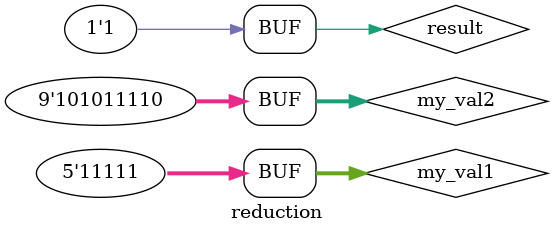
<source format=v>
module reduction ();

reg [4:0] my_val1 = 5'b1_1111;
reg [8:0] my_val2 = 9'b1_0101_1110;
reg result;

initial begin
    $monitor("my_val1=%b, my_val2=%b, result=%b", my_val1,my_val2,result);

end

initial begin
    result = &my_val1;
    #1;
    result = &my_val2;
    #1;
    result = ~&my_val1;
    #1;
    result = ~&my_val2;
    #1;
    result = |my_val2;
    #1;
    result = ~|my_val2;
    #1;
    result = ^my_val2;
    #1;
    result = ~^my_val2;


end




endmodule
</source>
